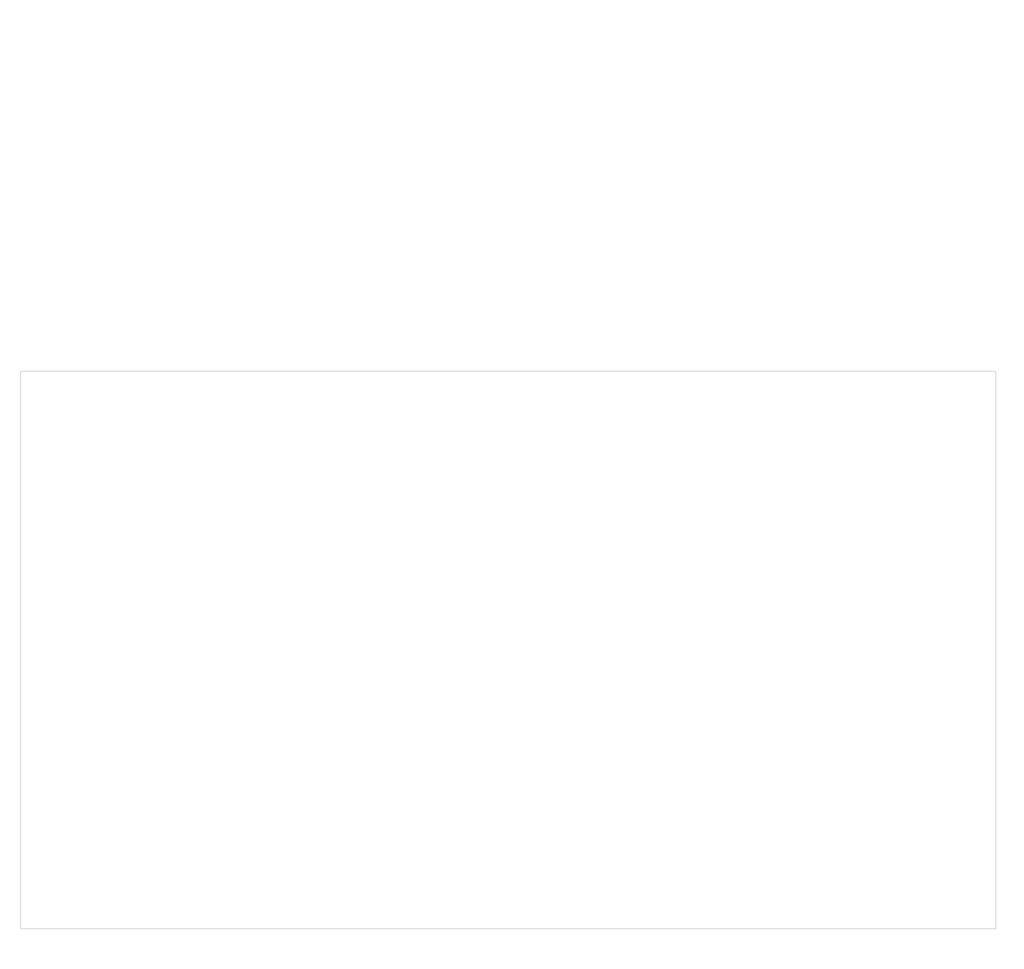
<source format=kicad_pcb>
(kicad_pcb
	(version 20240108)
	(generator "pcbnew")
	(generator_version "8.0")
	(general
		(thickness 1.6)
		(legacy_teardrops no)
	)
	(paper "A4")
	(layers
		(0 "F.Cu" signal)
		(31 "B.Cu" signal)
		(32 "B.Adhes" user "B.Adhesive")
		(33 "F.Adhes" user "F.Adhesive")
		(34 "B.Paste" user)
		(35 "F.Paste" user)
		(36 "B.SilkS" user "B.Silkscreen")
		(37 "F.SilkS" user "F.Silkscreen")
		(38 "B.Mask" user)
		(39 "F.Mask" user)
		(40 "Dwgs.User" user "User.Drawings")
		(41 "Cmts.User" user "User.Comments")
		(42 "Eco1.User" user "User.Eco1")
		(43 "Eco2.User" user "User.Eco2")
		(44 "Edge.Cuts" user)
		(45 "Margin" user)
		(46 "B.CrtYd" user "B.Courtyard")
		(47 "F.CrtYd" user "F.Courtyard")
		(48 "B.Fab" user)
		(49 "F.Fab" user)
		(50 "User.1" user)
		(51 "User.2" user)
		(52 "User.3" user)
		(53 "User.4" user)
		(54 "User.5" user)
		(55 "User.6" user)
		(56 "User.7" user)
		(57 "User.8" user)
		(58 "User.9" user)
	)
	(setup
		(pad_to_mask_clearance 0)
		(allow_soldermask_bridges_in_footprints no)
		(pcbplotparams
			(layerselection 0x00010fc_ffffffff)
			(plot_on_all_layers_selection 0x0000000_00000000)
			(disableapertmacros no)
			(usegerberextensions no)
			(usegerberattributes yes)
			(usegerberadvancedattributes yes)
			(creategerberjobfile yes)
			(dashed_line_dash_ratio 12.000000)
			(dashed_line_gap_ratio 3.000000)
			(svgprecision 4)
			(plotframeref no)
			(viasonmask no)
			(mode 1)
			(useauxorigin no)
			(hpglpennumber 1)
			(hpglpenspeed 20)
			(hpglpendiameter 15.000000)
			(pdf_front_fp_property_popups yes)
			(pdf_back_fp_property_popups yes)
			(dxfpolygonmode yes)
			(dxfimperialunits yes)
			(dxfusepcbnewfont yes)
			(psnegative no)
			(psa4output no)
			(plotreference yes)
			(plotvalue yes)
			(plotfptext yes)
			(plotinvisibletext no)
			(sketchpadsonfab no)
			(subtractmaskfromsilk no)
			(outputformat 1)
			(mirror no)
			(drillshape 1)
			(scaleselection 1)
			(outputdirectory "")
		)
	)
	(net 0 "")
	(gr_rect
		(start 109.2 73.8)
		(end 168.32 107.59)
		(stroke
			(width 0.05)
			(type default)
		)
		(fill none)
		(layer "Edge.Cuts")
		(uuid "ae92813f-f329-46a1-98e7-23bf80bf3aad")
	)
	(gr_arc
		(start 109 110)
		(mid 108.292893 109.707107)
		(end 108 109)
		(stroke
			(width 0.1)
			(type default)
		)
		(layer "User.6")
		(uuid "0db77332-b78b-431e-aaa8-2fb57d0cfc01")
	)
	(gr_arc
		(start 167.071068 66.928932)
		(mid 169.238796 70.173166)
		(end 170 74)
		(stroke
			(width 0.1)
			(type default)
		)
		(layer "User.6")
		(uuid "2256a829-882a-4df5-9fea-6fa48f89d260")
	)
	(gr_line
		(start 170 110)
		(end 109 110)
		(stroke
			(width 0.1)
			(type default)
		)
		(layer "User.6")
		(uuid "22d57180-750a-4f3d-87a1-30d6726c5472")
	)
	(gr_arc
		(start 143.343146 57)
		(mid 146.835216 51.773748)
		(end 153 53)
		(stroke
			(width 0.1)
			(type default)
		)
		(layer "User.6")
		(uuid "33e5a53f-441d-4559-8d2a-d0a175363a1b")
	)
	(gr_line
		(start 110 72)
		(end 108 74)
		(stroke
			(width 0.1)
			(type default)
		)
		(layer "User.6")
		(uuid "8e151abe-423b-4b20-b2a4-fe3586714a2e")
	)
	(gr_line
		(start 143 72)
		(end 110 72)
		(stroke
			(width 0.1)
			(type default)
		)
		(layer "User.6")
		(uuid "a1b01463-47d6-4133-8ce2-9a916b85d1ba")
	)
	(gr_line
		(start 167.071068 66.928932)
		(end 153 53)
		(stroke
			(width 0.1)
			(type default)
		)
		(layer "User.6")
		(uuid "b1256751-dba0-4ce0-8cae-030cffd0caa6")
	)
	(gr_line
		(start 108 109)
		(end 108 74)
		(stroke
			(width 0.1)
			(type default)
		)
		(layer "User.6")
		(uuid "b69254f3-c61b-45d2-b7a3-53bd1f7c0717")
	)
	(gr_line
		(start 170 110)
		(end 170 74)
		(stroke
			(width 0.1)
			(type default)
		)
		(layer "User.6")
		(uuid "d70ed0c5-8427-4e64-81e5-b45d1b7f1c96")
	)
	(gr_line
		(start 143.343146 57)
		(end 143 72)
		(stroke
			(width 0.1)
			(type default)
		)
		(layer "User.6")
		(uuid "eee26da1-c9ac-48b5-912b-1bad8331871a")
	)
)
</source>
